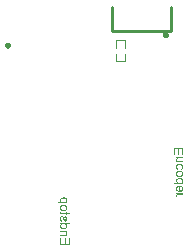
<source format=gbr>
%FSTAX26Y26*%
%MOMM*%
%SFA1B1*%

%IPPOS*%
%ADD58C,0.100000*%
%ADD60C,0.253999*%
%LNpcb_legend_bot-1*%
%LPD*%
G36*
X16064966Y51280237D02*
X15969361D01*
Y51778966*
X15693034*
Y51329894*
X15597428*
Y51778966*
X15348585*
Y51299237*
X15252954*
Y51886739*
X16064966*
Y51280237*
G37*
G36*
Y51044602D02*
X15743758D01*
X15723158Y51044068*
X15704667Y51042493*
X15687751Y51040385*
X15671901Y5103721*
X15658185Y51034035*
X15645485Y51029819*
X15634385Y5102611*
X15624886Y51021361*
X15616428Y51017119*
X15609036Y51012902*
X1560322Y51009194*
X1559847Y51006019*
X15594787Y51002869*
X15592653Y51000736*
X15591078Y50999161*
X15590545Y50998628*
X15583154Y50989661*
X15577337Y5098067*
X1557152Y5097117*
X15566771Y50961645*
X15563088Y50952679*
X15559913Y50943154*
X15557271Y50934188*
X15555137Y5092573*
X15553029Y50918338*
X15551988Y50910947*
X15550921Y50904597*
X15550388Y5089878*
X1554988Y50894564*
Y50888214*
X15550388Y50873939*
X15552496Y50860756*
X15555671Y50849123*
X15558846Y50838557*
X15562021Y50830632*
X15563596Y50826924*
X15565196Y50824282*
X15566237Y50822174*
X15567304Y50820599*
X15567837Y50819532*
Y50818999*
X15575229Y50808966*
X15583154Y508*
X15591078Y50793116*
X15599003Y507873*
X15605861Y50783083*
X15611144Y50779908*
X15613278Y50778867*
X15614853Y50778333*
X1561592Y507778*
X15616428*
X15622244Y50775692*
X15629128Y50774092*
X15643377Y50770917*
X15658185Y50768808*
X15672968Y50767767*
X15679826Y50767234*
X15686709Y507667*
X15692526*
X15697276Y50766167*
X15701492*
X15704667*
X15706775*
X15707309*
X16064966*
Y50666319*
X157036*
X15690926*
X15679318*
X15668726Y50666853*
X15659227Y50667386*
X15650235*
X15642336Y5066792*
X15635452Y50668428*
X15629128Y50668961*
X15623311Y50669494*
X15619069Y50670028*
X15614853Y50670536*
X15611678*
X1560957Y50671069*
X15607995Y50671603*
X15606928*
X15606395*
X15591078Y50675311*
X15576804Y50680061*
X15564129Y50685344*
X15553563Y50690627*
X15548813Y50692735*
X15545104Y50695377*
X15541421Y50697485*
X15538246Y50699085*
X15536138Y5070066*
X15534538Y50701727*
X15533497Y50702235*
X15532963Y50702768*
X15527147Y5070701*
X15521863Y5071176*
X1551183Y5072286*
X15503372Y5073396*
X15495981Y50744526*
X15490164Y50754559*
X15488056Y50758775*
X15486456Y50762484*
X15484881Y50765659*
X1548384Y50767767*
X15482773Y50769342*
Y50769875*
X15476423Y50786766*
X15471673Y50803683*
X15467965Y50820066*
X15465856Y50834848*
X15464815Y50841732*
X15464282Y50848056*
X15463748Y5085334*
Y50858115*
X15463215Y50861798*
Y50878181*
X15464282Y50889281*
X15467457Y50910413*
X15472206Y50929946*
X15478556Y50947929*
X15485948Y5096482*
X15493873Y50980136*
X15502839Y50994411*
X1551183Y51006552*
X15520797Y51018186*
X15529788Y51027685*
X15537713Y5103561*
X15545104Y51042493*
X15551454Y51047777*
X15556204Y5105146*
X15559379Y51054101*
X15559913Y51054635*
X15476956*
Y51144449*
X16064966*
Y51044602*
G37*
G36*
X15800298Y50542698D02*
X15825114Y50540589D01*
X15848888Y50536881*
X15871088Y50532131*
X15891154Y50526848*
X15909645Y50520498*
X15926562Y5051364*
X15941878Y50506757*
X15955086Y50500432*
X15966719Y50493549*
X15976752Y50487224*
X15984677Y50481941*
X15991027Y50477191*
X15995777Y50473483*
X15998418Y50471374*
X1599946Y50470308*
X16013201Y50456058*
X16025368Y50440717*
X16035909Y50424867*
X160449Y50409017*
X16052825Y5039266*
X16059175Y50376277*
X16063925Y50360961*
X16068141Y50345619*
X16071316Y5033137*
X16073958Y50318162*
X16075558Y50305995*
X16077133Y50295962*
X16077666Y50287529*
Y50284354*
X160782Y50281179*
Y50275896*
X16077666Y50258446*
X16075558Y50241555*
X16072916Y50225172*
X16069208Y50209856*
X16064966Y50195581*
X16060216Y50182373*
X16054933Y50170232*
X1604965Y50158599*
X16044367Y50148566*
X16039084Y501396*
X16034334Y50132183*
X16030117Y50125325*
X16026409Y50120575*
X16023767Y50116867*
X16021659Y50114225*
X16021126Y50113692*
X16010026Y5010155*
X15997885Y50090984*
X1598521Y50081459*
X15972536Y50072493*
X15959328Y50065101*
X1594612Y50058218*
X15932886Y50052427*
X15920212Y50047118*
X15908604Y50042902*
X15897504Y50039219*
X15887979Y50036577*
X15879546Y50034444*
X15872155Y50032869*
X15866846Y50031802*
X15865271Y50031269*
X15863697Y50030761*
X15863163*
X1586263*
X15849422Y50129008*
X15863163Y50131141*
X15875838Y50134316*
X15887471Y50137466*
X15898545Y50141174*
X15908604Y50145391*
X1591757Y50149633*
X15925495Y50153849*
X15932886Y50158065*
X15939236Y50162307*
X15945053Y50166016*
X15949803Y50169699*
X15953511Y50172874*
X15956686Y50175515*
X15958794Y50177623*
X15959836Y5017869*
X15960369Y50179198*
X15966719Y50186615*
X15972002Y5019454*
X15976752Y50202998*
X15980968Y50210897*
X15984677Y50219356*
X15987318Y5022728*
X15991535Y50242597*
X15993135Y50250013*
X15994176Y50256338*
X15995243Y50262155*
X15995777Y50266904*
X15996285Y50271146*
Y50276937*
X15995777Y50290145*
X15994176Y50303379*
X15991535Y50314987*
X15987852Y5032662*
X15984143Y50337186*
X15979394Y50346686*
X15974644Y50355677*
X15969361Y50364136*
X15964585Y50370994*
X15959836Y50377318*
X15955086Y50383135*
X15951377Y50387377*
X15947694Y5039106*
X15945053Y50393701*
X15943478Y50395301*
X15942945Y50395835*
X15931845Y5040376*
X15920212Y50410618*
X15907004Y50416968*
X15893288Y50422225*
X15879013Y50426467*
X15864738Y50430176*
X15850489Y50433325*
X15836747Y50435459*
X15823539Y50437567*
X15810865Y50438608*
X15799765Y50439675*
X15790265Y50440717*
X15781807*
X15778632Y5044125*
X1577599*
X15773882*
X15772282*
X15771241*
X15770707*
X15749574Y50440717*
X15729508Y50439142*
X15711525Y50437034*
X15694634Y50433859*
X15678785Y50430176*
X15665043Y50426467*
X15652369Y50422225*
X15641269Y50417476*
X15631236Y50413259*
X15622778Y50409017*
X15615386Y50405334*
X1560957Y50401626*
X15605328Y50398476*
X15602178Y50396343*
X15600045Y50394768*
X15599537Y50394235*
X15590012Y50385268*
X15581579Y5037521*
X15574695Y50365177*
X15568345Y50355144*
X15563088Y50344578*
X15558846Y50334545*
X15555137Y50324486*
X15552496Y50314987*
X15550388Y50305995*
X15548279Y50298096*
X15547238Y50290679*
X15546705Y50284354*
X15546171Y50279071*
X15545638Y50274829*
Y5027168*
X15546171Y50262688*
X15546705Y50253696*
X15548279Y50245238*
X15550388Y50237339*
X15552496Y50229922*
X15555137Y50222531*
X15557779Y50216206*
X15560446Y50210389*
X15563596Y50205106*
X15566237Y50200356*
X15568879Y50196115*
X15570987Y5019294*
X15573121Y50190298*
X15574695Y5018819*
X15575229Y50187148*
X15575762Y50186615*
X15581579Y50180265*
X15587903Y50174448*
X15602178Y50163882*
X15616961Y50155449*
X15631236Y50148566*
X15638094Y50145924*
X15644444Y50143816*
X15649727Y50141708*
X1565501Y50140108*
X15658693Y50139066*
X15661868Y50137999*
X15663976Y50137466*
X1566451*
X15649727Y5004026*
X15633344Y50043969*
X15618028Y50048718*
X15603753Y50054002*
X15590545Y50059818*
X15578404Y50066143*
X15566771Y50073026*
X15556738Y50079351*
X15547238Y50086234*
X15539288Y50092559*
X15531896Y50098909*
X15525572Y50104192*
X15520797Y50108942*
X15517114Y50113158*
X15513939Y50116333*
X15512364Y50118467*
X1551183Y50118975*
X15503372Y50130608*
X15495981Y50143283*
X15489097Y50155957*
X1548384Y50169165*
X15479064Y50182373*
X15474848Y50195048*
X15471673Y50207748*
X15469031Y50219889*
X15467457Y50231522*
X15465856Y50242089*
X15464815Y50251055*
X15463748Y50259513*
Y50266396*
X15463215Y50271146*
Y50275363*
X15463748Y50289637*
X15464815Y50303379*
X1546639Y50316587*
X15469031Y50329261*
X15471673Y50341403*
X15474315Y50353036*
X15478023Y50364136*
X15481198Y50374169*
X15484348Y50383135*
X15487523Y50391593*
X15490698Y50398476*
X15493339Y50404801*
X15495981Y50409551*
X15497556Y50412726*
X15498622Y50415367*
X15499156Y50415901*
X15506014Y50427509*
X15513939Y50438608*
X15522397Y50448667*
X15530855Y50458166*
X15539821Y50466625*
X15548813Y50474549*
X15557779Y50481941*
X15566237Y50488265*
X15574162Y50493549*
X15582087Y50498857*
X1558897Y5050254*
X15594787Y50506249*
X15599537Y5050889*
X1560322Y50510465*
X15605328Y50511532*
X15606395Y50512065*
X15620136Y50517856*
X15633877Y50522606*
X15648127Y50526848*
X15662402Y50530556*
X15676676Y50533198*
X15690392Y5053584*
X15704134Y50537948*
X15716808Y50539523*
X15728442Y50541097*
X15739541Y50542164*
X15749041Y50542698*
X15757499Y50543231*
X15763849Y50543739*
X15769107*
X15772282*
X15772815*
X15773349*
X15800298Y50542698*
G37*
G36*
X15798165Y49981612D02*
X15823539Y49979503D01*
X15847847Y49975795*
X15869488Y49970537*
X15890113Y49965229*
X15909137Y49958371*
X15926028Y49951513*
X15941344Y49944629*
X15954552Y49937771*
X15966719Y49930888*
X15976752Y4992403*
X15984677Y49918213*
X15991027Y49913463*
X15995777Y49909755*
X15998418Y49907647*
X1599946Y49906605*
X16013201Y49891797*
X16025368Y49875948*
X16035909Y49860098*
X160449Y49843207*
X16052825Y49826291*
X16059175Y49809908*
X16063925Y49793525*
X16068141Y49778208*
X16071316Y49763426*
X16073958Y49750218*
X16075558Y49738076*
X16077133Y49727485*
Y49722735*
X16077666Y49719052*
Y49715343*
X160782Y49712168*
Y49706885*
X16077666Y49692636*
X16076599Y49678361*
X16075025Y49665153*
X16072383Y49651945*
X16069741Y49639804*
X16066566Y49628171*
X16063391Y49617071*
X16060216Y49607038*
X16057067Y49597538*
X16053358Y49589613*
X16050717Y49582197*
X16048075Y49575872*
X16045434Y49571122*
X16043859Y49567947*
X16042792Y49565306*
X16042259Y49564772*
X16035401Y49553139*
X16027476Y49542065*
X16019551Y49531498*
X16011093Y49521973*
X16003168Y49513007*
X1599471Y49505082*
X15986252Y49497665*
X15978327Y49490807*
X15970935Y49484991*
X15963544Y49480241*
X15957727Y49476025*
X15951911Y49472316*
X15947694Y49469675*
X15943986Y49467566*
X15941878Y494665*
X15941344Y49465966*
X1592867Y49460175*
X15914928Y49454892*
X15900679Y49450117*
X15885871Y494459*
X15871088Y49442725*
X15856305Y49440084*
X15841497Y49437975*
X15827756Y49435867*
X15814548Y49434267*
X15801873Y49433226*
X15791307Y49432692*
X15781274Y49432159*
X15773882Y49431625*
X15770707*
X15767532*
X15765424*
X15763849*
X15763316*
X15762782*
X157369Y49432692*
X15713125Y494348*
X15690392Y49438509*
X1566926Y49443792*
X15649727Y49449609*
X15631236Y49455933*
X15614853Y49462817*
X15600045Y49470208*
X15586837Y49477599*
X15575229Y49484457*
X15565729Y49490807*
X15557779Y49496624*
X15551454Y49501374*
X15546705Y49505616*
X15544063Y49507724*
X15542996Y49508765*
X15528747Y49523573*
X1551658Y49539423*
X15506014Y49555273*
X15497048Y49572164*
X15489097Y49588547*
X15482773Y4960493*
X1547749Y49621313*
X15473248Y49636629*
X15470098Y49650878*
X15467457Y4966462*
X15465856Y49676253*
X15464282Y49686819*
Y49691036*
X15463748Y49695277*
Y49698427*
X15463215Y49701602*
Y49706885*
X15463748Y49726977*
X15465856Y49745976*
X15469031Y49764467*
X15473248Y49781917*
X15478556Y49797766*
X1548384Y49813083*
X15489631Y49827357*
X15495981Y49840032*
X15502305Y49851665*
X15508122Y49862206*
X15513405Y49870664*
X15518688Y49878056*
X1552293Y49883872*
X15526105Y49888114*
X15528213Y49890756*
X15528747Y49891797*
X15536138Y49900255*
X15544596Y49907647*
X15561487Y49921922*
X15580512Y49934063*
X15600045Y49944096*
X15619603Y49953087*
X15640202Y49960479*
X15660293Y49966295*
X15679318Y49971045*
X15697809Y49975287*
X15715234Y49977929*
X15731083Y49980037*
X15737941Y4998057*
X15744291Y49981078*
X15750108Y49981612*
X15755391Y49982145*
X15760141*
X15763849Y49982678*
X15766999*
X15769107*
X15770707*
X15771241*
X15798165Y49981612*
G37*
G36*
X15788665Y49349736D02*
X15804515Y49348694D01*
X15819831Y4934712*
X15834639Y49344986*
X15848888Y49342878*
X15862096Y49340236*
X15874263Y49337061*
X15885871Y49333886*
X15895929Y49331245*
X15904895Y49328095*
X1591282Y49325453*
X15919678Y49322812*
X15924987Y49321212*
X1592867Y49319637*
X15930778Y4931857*
X15931845Y49318037*
X15944519Y49311712*
X15956153Y49304829*
X15967227Y49297437*
X15977819Y49290046*
X15987318Y49282121*
X15996285Y4927473*
X16004235Y49267338*
X16011626Y49259947*
X16017951Y49253063*
X16023767Y49246739*
X16028517Y49241456*
X16032759Y49236147*
X16035401Y49232464*
X16038042Y49229289*
X16039084Y49227181*
X16039617Y49226647*
X16046475Y49215548*
X16052292Y4920394*
X16057575Y4919284*
X16061817Y49181207*
X160655Y4917064*
X16068675Y49159566*
X16071316Y49149508*
X16073424Y49139475*
X16075025Y49130508*
X16076066Y49122558*
X16077133Y49115167*
X16077666Y49108842*
Y49104067*
X160782Y49100384*
Y49097209*
X16077133Y49077676*
X16074491Y49058652*
X16070275Y49041735*
X16064458Y49025352*
X16058108Y4901057*
X16050717Y48997362*
X16042792Y48985195*
X16034334Y48974121*
X16026409Y48964088*
X16018484Y48955629*
X16011093Y48948746*
X16004743Y48942955*
X15998926Y4893818*
X1599471Y48935005*
X15992068Y48932896*
X15991027Y48932388*
X16064966*
Y48839907*
X15252954*
Y48939246*
X15544596*
X15531388Y48949813*
X15520289Y48960913*
X15510256Y48971987*
X15501797Y48982579*
X15494914Y48992078*
X15492272Y48996295*
X15490164Y49000003*
X15488056Y49002645*
X15486989Y49004753*
X15485948Y49006328*
Y49006861*
X15481706Y49014786*
X15478556Y49022711*
X1547274Y49039094*
X15468498Y49054943*
X15465856Y49069726*
X15465348Y49076076*
X15464282Y49082426*
X15463748Y49087709*
Y49092459*
X15463215Y49096168*
Y49101425*
X15463748Y49115167*
X15464815Y49127867*
X15466923Y49140541*
X15469031Y49152683*
X15472206Y49164316*
X15475381Y49174882*
X15479064Y49185449*
X15482239Y49194415*
X15485948Y49202873*
X15489631Y49210798*
X15492806Y49217148*
X15495981Y49222431*
X15498089Y49227181*
X15500197Y49230356*
X15501264Y49232464*
X15501797Y49232997*
X15509189Y49243564*
X15517647Y49253597*
X15526105Y49263096*
X15535071Y49271555*
X15544063Y49279479*
X15553029Y49286871*
X15562021Y49293221*
X15570987Y49299037*
X15579445Y49304321*
X15586837Y49308537*
X1559372Y49312779*
X15600045Y49315395*
X1560482Y49318037*
X15608503Y49319637*
X15610636Y49320678*
X15611678Y49321212*
X15625419Y49326495*
X15639161Y49330737*
X15652877Y4933442*
X15667151Y49338128*
X15680893Y4934077*
X15694101Y49343411*
X15706775Y49344986*
X15718409Y49346586*
X15730016Y49347628*
X15740075Y49348694*
X15749041Y49349228*
X15756966Y49349736*
X15763316Y49350269*
X15768066*
X15770707*
X15771749*
X15788665Y49349736*
G37*
G36*
X15802406Y48715244D02*
X15826714Y48713136D01*
X15849955Y48709427*
X15871621Y48704677*
X15891154Y48698861*
X15909645Y48692511*
X15926562Y48685653*
X15941344Y48678261*
X15954552Y48671378*
X15966186Y4866452*
X15976219Y4865817*
X15984143Y48652379*
X15990493Y48647604*
X15995243Y48643921*
X15997885Y48641787*
X15998926Y48640746*
X16012668Y48625937*
X16024834Y48610088*
X16035909Y4859373*
X160449Y48576814*
X16052292Y48559389*
X16058642Y48542473*
X16063925Y48525557*
X16068141Y48509707*
X16071316Y48494391*
X16073958Y48480675*
X16075558Y48467975*
X16077133Y48456875*
Y48452125*
X16077666Y48447909*
Y48444734*
X160782Y48441559*
Y48435768*
X16077666Y48416743*
X16076066Y48399293*
X16073424Y48381869*
X16070275Y48366019*
X16066566Y48351236*
X16062325Y48337495*
X16058108Y48324795*
X16053358Y48313187*
X16048609Y48302621*
X16044367Y48293629*
X1604015Y48285704*
X16036442Y4827938*
X16033267Y48274097*
X16030625Y48270388*
X16029051Y48267747*
X16028517Y48267213*
X16019018Y48255072*
X16008451Y48244506*
X15997351Y48234473*
X15985718Y48225481*
X1597411Y48217023*
X15962477Y48209631*
X15950869Y48203307*
X1593977Y4819749*
X15929203Y48192207*
X15919678Y48187965*
X15910712Y48184282*
X15903321Y48181641*
X15896971Y48179507*
X15892221Y48177932*
X15889579Y48177399*
X15888512Y48176865*
X15875838Y48279888*
X15887471Y4828413*
X15898037Y48288879*
X15907537Y48294163*
X15916529Y48298912*
X15924987Y48304196*
X15932378Y48309479*
X15939236Y48314229*
X15945586Y48319537*
X15950869Y48323754*
X15955086Y4832797*
X15959328Y48331678*
X15962477Y48335387*
X15964585Y48338028*
X15966186Y48340137*
X15967227Y48341178*
X1596776Y48341711*
X15972536Y48349103*
X15977285Y48357028*
X15980968Y48364419*
X15984143Y48372369*
X15989427Y48388219*
X15992602Y48403002*
X15993668Y4840986*
X1599471Y48415676*
X15995243Y48421493*
X15995777Y48426243*
X15996285Y48429951*
Y48435234*
X15995777Y48448976*
X15994176Y4846165*
X15991535Y48473791*
X15988385Y48485425*
X15984143Y48496499*
X15979927Y48506557*
X15975685Y48516057*
X15970402Y48524515*
X15965652Y48531907*
X15961436Y48538765*
X15956686Y48544581*
X15952978Y48549356*
X15949803Y48553039*
X15947161Y48556214*
X15945586Y48557789*
X15945053Y48558323*
X1593502Y48566781*
X1592392Y48574706*
X15912287Y48581564*
X15900146Y4858738*
X15887471Y48592663*
X15875304Y48597413*
X15863163Y48601122*
X1585153Y48604297*
X15840456Y48606938*
X15829889Y48609046*
X15820364Y48610621*
X15812439Y48611688*
X15806115Y48612221*
X15800806Y48612755*
X15797657Y48613263*
X1579659*
Y48174249*
X15790265*
X15784957Y48173716*
X15780207*
X15776524*
X15773349*
X15771241*
X15770174*
X1576964*
X15743224Y48174757*
X15718409Y48176865*
X15694634Y48180574*
X15672968Y48185324*
X15652877Y4819114*
X15634385Y4819749*
X15617494Y48204348*
X15602178Y48211206*
X1558897Y4821809*
X15577337Y48224948*
X15567304Y48231298*
X15558846Y48237114*
X15552496Y48241864*
X15547746Y48245547*
X15545104Y48247681*
X15544063Y48248722*
X15529788Y48262997*
X15517114Y48278313*
X15506547Y48294163*
X15497556Y48310012*
X15489631Y48326395*
X15482773Y48342245*
X1547749Y48358094*
X15473248Y48372877*
X15470098Y48387152*
X15467457Y4840036*
X15465856Y48411968*
X15464282Y48422026*
X15463748Y48429951*
Y48433634*
X15463215Y48436276*
Y48441559*
X15464282Y48463758*
X15466923Y48484891*
X15470606Y48504957*
X15475915Y48523982*
X15482239Y48541406*
X15489097Y48557789*
X15496514Y48572597*
X15504439Y48586339*
X15512364Y4859848*
X15519755Y48609046*
X15526613Y48618038*
X15532963Y48625937*
X15538246Y48631754*
X15541955Y48635996*
X15544596Y48638637*
X15545638Y48639679*
X15561487Y48652887*
X15578937Y48665053*
X15597428Y48675086*
X1561592Y48684078*
X15635452Y48691469*
X15654477Y48697794*
X15673501Y48702569*
X15691459Y48706786*
X15708884Y48709961*
X15724733Y48712069*
X15739008Y48714177*
X15745358Y4871471*
X15751683Y48715244*
X15756966*
X15761716Y48715777*
X15765957*
X1576964Y48716285*
X15772282*
X15774416*
X15775457*
X1577599*
X15802406Y48715244*
G37*
G36*
X16064966Y47952863D02*
X15756966D01*
X15733725Y47952355*
X15712059Y47950221*
X15702026Y4794918*
X15692526Y4794758*
X15683534Y47946005*
X15675076Y47944405*
X15667685Y47943363*
X15660827Y47941788*
X1565501Y47940188*
X15650235Y47939147*
X15646019Y4793808*
X15643377Y47937013*
X15641269Y47936505*
X15640735*
X15628594Y4793173*
X15617494Y47925939*
X15607995Y47920122*
X15600578Y47913772*
X15594253Y47908489*
X15590012Y47903739*
X1558737Y47900564*
X15586329Y47900031*
Y47899497*
X15579979Y47889464*
X15575229Y47878898*
X1557152Y47869398*
X15569412Y47859899*
X15567837Y47851949*
X15567304Y47848799*
Y47845624*
X15566771Y47843516*
Y47840341*
X15567837Y47826599*
X15569946Y47813391*
X15573629Y4780125*
X15577337Y4779015*
X15579445Y47785401*
X15581045Y47780625*
X15583154Y47776942*
X15584728Y47773767*
X15585795Y47771126*
X15586837Y47769018*
X15587903Y47767951*
Y47767417*
X15495447Y47733077*
X15489631Y47742602*
X15484881Y47752101*
X15480665Y47761626*
X15476956Y47771126*
X15473781Y47779584*
X1547114Y47788042*
X15469031Y47796475*
X15467457Y47803892*
X15465856Y4781075*
X15464815Y47816566*
X15464282Y47822383*
X15463748Y47826599*
X15463215Y47830308*
Y47835591*
X15464282Y47848266*
X1546639Y47860407*
X15469565Y47870973*
X15473248Y47880498*
X15476956Y47888423*
X15478556Y47891598*
X15480131Y4789424*
X15481198Y47896348*
X15482239Y47897923*
X15483306Y47898989*
Y47899497*
X15487523Y47904806*
X15492806Y47910597*
X15498089Y4791588*
X15504439Y47921697*
X15518155Y47932263*
X15531896Y47942296*
X1553878Y47946538*
X15545104Y47950755*
X15550388Y4795393*
X15555671Y47957105*
X15559913Y47959746*
X15563088Y47961321*
X15565196Y47962388*
X15565729Y47962896*
X15476956*
Y48052736*
X16064966*
Y47952863*
G37*
G36*
X05974994Y4770854D02*
X05989802Y47708007D01*
X06004585Y47706432*
X0601886Y47704324*
X06032068Y47702216*
X06045276Y47699549*
X06056884Y47696907*
X06067983Y47694265*
X06078016Y47691649*
X06087008Y47689008*
X06094933Y47686366*
X06101791Y47684232*
X06107074Y47682124*
X06110782Y47680549*
X06112891Y47680016*
X06113957Y47679483*
X06126632Y47673666*
X06138773Y47667341*
X06150406Y47660458*
X06160973Y476536*
X06170472Y47646717*
X06179464Y47639325*
X06187922Y47631934*
X06195314Y47625076*
X06201638Y47618726*
X06207455Y47612376*
X06212205Y47607118*
X06216446Y47602343*
X06219088Y47598126*
X0622173Y47595485*
X06222796Y47593377*
X06223304Y47592843*
X06230188Y47581743*
X06235979Y47570644*
X06241288Y47559036*
X06246037Y47547936*
X0624972Y47536303*
X06252895Y47525228*
X06255537Y47514637*
X06257645Y47504604*
X06259245Y47495104*
X06260287Y47486646*
X06261354Y47479254*
X06261887Y47472396*
X06262395Y47467088*
Y4744913*
X06261354Y47439097*
X06260287Y47429064*
X06258712Y47420072*
X06257137Y4741164*
X06255004Y47403181*
X06253429Y47395765*
X06251321Y47388907*
X06249187Y47382557*
X06247079Y47377299*
X06244971Y47372524*
X06243396Y47368841*
X06241796Y47365666*
X06240754Y47363557*
X06240221Y47361957*
X06239687Y47361449*
X06235471Y47354032*
X06230696Y47346641*
X06219621Y47333433*
X06208522Y47320758*
X06197955Y47310192*
X06192672Y47305442*
X06187922Y473012*
X0618368Y47297517*
X06179997Y47294876*
X06176822Y47292234*
X06174714Y47290634*
X06173114Y47289593*
X06172606Y47289059*
X06248679*
Y47198178*
X054356*
Y47298025*
X057214*
X05709793Y47308084*
X0569976Y47319158*
X05690235Y47329725*
X05682843Y47340316*
X05676493Y47349283*
X05673852Y47352991*
X05671743Y47356674*
X05670169Y47359316*
X05669102Y47361449*
X05668035Y47362491*
Y47363024*
X05661177Y4737834*
X05655894Y47393656*
X05652719Y47408998*
X05650077Y47422714*
X05649036Y47429064*
X05648502Y47434881*
X05647969Y47440164*
Y4744438*
X05647436Y47448089*
Y47452838*
X05647969Y47465513*
X05649036Y47478188*
X05651144Y47490354*
X05653252Y47501962*
X05656427Y47513062*
X05659602Y47523628*
X05662777Y47533661*
X0566646Y47543186*
X05670169Y47551619*
X05673318Y47559569*
X05676493Y47565894*
X05679668Y4757171*
X05681776Y47575927*
X05683885Y47579635*
X05684951Y47581743*
X05685485Y47582277*
X05692876Y47593377*
X05701334Y47603943*
X05710326Y47613976*
X05719292Y47622968*
X05728284Y476314*
X05737783Y47639325*
X05746775Y47646209*
X05755208Y47652533*
X05763666Y47657816*
X05771591Y476631*
X05778474Y47666808*
X05784265Y47670516*
X05789549Y47673158*
X05793257Y47674733*
X05795365Y476758*
X05796432Y47676308*
X05810173Y47682124*
X05824423Y47686874*
X05838164Y47691649*
X05852439Y47695332*
X05866155Y47698507*
X05879896Y47701149*
X05892596Y47703257*
X05904738Y47704857*
X05916345Y47706432*
X05926937Y47707499*
X05935903Y47708007*
X05943828Y4770854*
X05950178Y47709074*
X05954928*
X05958103*
X05959144*
X05974994Y4770854*
G37*
G36*
X05988735Y47079839D02*
X0601251Y47077731D01*
X06035217Y47074023*
X06056376Y4706874*
X06075908Y47062948*
X06094399Y47056598*
X06110782Y47049715*
X06125565Y47042324*
X06138773Y47034932*
X06150406Y47028074*
X06159906Y47021724*
X06167831Y47015908*
X06174181Y47011158*
X06178931Y47006941*
X06181572Y47004808*
X06182639Y47003766*
X06196888Y46988958*
X06209055Y46973109*
X06219621Y46957259*
X06228588Y46940368*
X06236512Y46923985*
X06242862Y46907602*
X06248146Y46891219*
X06252362Y46875903*
X06255537Y46861653*
X06258179Y46847912*
X06259779Y46836279*
X06261354Y46825712*
Y46821496*
X06261887Y4681728*
Y46814105*
X06262395Y4681093*
Y46805646*
X06261887Y46785555*
X06259779Y46766556*
X06256604Y46748065*
X06252362Y46730615*
X06247079Y46714765*
X06241796Y46699449*
X06235979Y466852*
X06229654Y466725*
X06223304Y46660892*
X06217488Y46650325*
X06212205Y46641867*
X06206947Y46634476*
X06202705Y46628659*
X0619953Y46624417*
X06197422Y46621776*
X06196888Y46620734*
X06189497Y46612276*
X06181039Y46604885*
X06164148Y4659061*
X06145123Y46578469*
X06125565Y46568436*
X06106033Y46559444*
X06085408Y46552053*
X06065342Y46546236*
X06046317Y46541486*
X06027826Y46537245*
X06010402Y46534628*
X05994552Y46532495*
X05987669Y46531987*
X05981344Y46531453*
X05975527Y4653092*
X05970244Y46530387*
X05965494*
X05961786Y46529853*
X05958636*
X05956503*
X05954928*
X05954395*
X05927445Y4653092*
X05902096Y46533028*
X05877788Y46536737*
X05856122Y4654202*
X05835523Y46547303*
X05816498Y46554161*
X05799607Y46561019*
X05784265Y46567902*
X05771057Y4657476*
X05758916Y46581644*
X05748883Y46588502*
X05740958Y46594318*
X05734608Y46599068*
X05729859Y46602777*
X05727217Y46604885*
X05726176Y46605926*
X05712434Y46620734*
X05700268Y46636584*
X05689701Y46652434*
X05680735Y46669325*
X0567281Y46686241*
X0566646Y46702624*
X0566171Y46719007*
X05657469Y46734323*
X05654319Y46749106*
X05651677Y46762314*
X05650077Y46774481*
X05648502Y46785047*
Y46789797*
X05647969Y46793505*
Y46797188*
X05647436Y46800363*
Y46805646*
X05647969Y46819896*
X05649036Y46834171*
X05650611Y46847379*
X05653252Y46860587*
X05655894Y46872728*
X05659069Y46884361*
X05662244Y46895461*
X05665419Y46905494*
X05668568Y46915019*
X05672277Y46922918*
X05674918Y46930335*
X0567756Y4693666*
X05680202Y46941435*
X05681776Y46944584*
X05682843Y46947226*
X05683377Y46947759*
X05690235Y46959393*
X05698159Y46970467*
X05706084Y46981059*
X05714542Y46990558*
X05722467Y46999525*
X05730925Y47007475*
X05739358Y47014866*
X05747308Y47021724*
X057547Y47027541*
X05762091Y47032291*
X05767908Y47036507*
X05773699Y47040215*
X05777941Y47042857*
X05781649Y47044965*
X05783757Y47046032*
X05784265Y47046565*
X05796965Y47052357*
X05810707Y47057665*
X05824956Y47062415*
X05839739Y47066631*
X05854547Y47069806*
X0586933Y47072448*
X05884138Y47074556*
X0589788Y47076664*
X05911088Y47078265*
X05923762Y47079306*
X05934329Y47079839*
X05944362Y47080373*
X05951753Y47080906*
X05954928*
X05958103*
X05960211*
X05961786*
X05962319*
X05962853*
X05988735Y47079839*
G37*
G36*
X05749417Y46469096D02*
X0574835Y46459597D01*
X05747308Y46451139*
X05746775Y46443214*
X05746242Y46436889*
X05745708Y46432114*
Y46425256*
X05746242Y46417331*
X05746775Y46410448*
X05747816Y46404657*
X05749417Y46399907*
X05750458Y46396198*
X05751525Y46393023*
X05752058Y46391449*
X05752566Y46390915*
X05755741Y46386699*
X05758916Y46383524*
X05762091Y46380349*
X05765266Y46378241*
X05767908Y46376107*
X05770016Y46375066*
X05771591Y46374532*
X05772124Y46373999*
X05774766Y46372957*
X05777941Y46372424*
X05785866Y46370849*
X05794857Y46369782*
X05804357Y46369249*
X05812815*
X05817031Y46368716*
X05820206*
X05822848*
X0582549*
X05826556*
X05827064*
X06171539*
Y46469096*
X06248679*
Y46368716*
X0645419*
X06394475Y46269935*
X06248679*
Y46196478*
X06171539*
Y46269935*
X05832881*
X05817031*
X05802249Y46270468*
X05788507Y46270976*
X05776366Y46272043*
X057658Y46272577*
X05756275Y46273618*
X05747816Y46274685*
X05740425Y4627626*
X05734075Y46277326*
X05728817Y46278368*
X05724575Y46279435*
X05720867Y46279968*
X05718225Y46281035*
X05716651Y46281543*
X05715609Y46282076*
X05715076*
X05705017Y46287359*
X05696051Y46293709*
X0568866Y46300567*
X0568231Y46307425*
X05677027Y46313775*
X05673318Y46319059*
X05671743Y46321167*
X0567121Y46322767*
X05670169Y46323275*
Y46323808*
X05666994Y46329625*
X05664352Y46335975*
X05660644Y46349716*
X05657469Y46363966*
X0565536Y46377174*
X05654827Y46383524*
X05654319Y46389315*
X05653786Y46394598*
Y46399373*
X05653252Y46403056*
Y4640834*
X05653786Y4642104*
X05654827Y46434248*
X05655894Y46446922*
X05657469Y4645853*
X05658535Y46463813*
X05659069Y46468588*
X05659602Y46473338*
X05660644Y46477021*
X05661177Y46479663*
Y46481796*
X0566171Y46483371*
Y46483905*
X05749417Y46469096*
G37*
G36*
X05851906Y46132038D02*
X05868289Y46129397D01*
X0587568Y46127289*
X05882538Y46125155*
X05888888Y46123047*
X05895238Y46120939*
X05900496Y4611883*
X05904738Y46116722*
X05908954Y46114589*
X05912129Y4611248*
X05914771Y46110906*
X05916879Y46109839*
X05917946Y46109305*
X05918479Y46108797*
X0593062Y46099272*
X05941187Y46088706*
X05950178Y46077606*
X0595757Y46067065*
X05963386Y4605754*
X05965494Y46053857*
X05967603Y46050149*
X05968669Y46047507*
X05969711Y46045399*
X05970778Y46043799*
Y46043265*
X05974486Y46034833*
X05978169Y460248*
X05981877Y46014208*
X0598556Y460026*
X05993485Y45978292*
X06000877Y45953984*
X06004052Y45942377*
X06007227Y45931277*
X06009868Y45921777*
X0601251Y45913319*
X06014618Y45905928*
X06016218Y45900619*
X06016726Y45898511*
Y45896936*
X0601726Y45896403*
Y45895869*
X06020968Y45882661*
X06024143Y45871053*
X06027318Y45860487*
X0602996Y45850962*
X06032068Y45843037*
X06034176Y45835646*
X06035751Y45829296*
X06037351Y45824038*
X06038926Y45819796*
X06039993Y45816088*
X06041034Y45813446*
X06041567Y45811338*
X06042101Y45809763*
X06042634Y45808696*
Y45807655*
X06046851Y45798663*
X06051067Y45790739*
X06055842Y45784389*
X06060059Y45779105*
X06063767Y45774889*
X06066917Y45771714*
X0606905Y45770139*
X06069558Y45769606*
X06075375Y45765389*
X06081725Y45762748*
X06087541Y4576064*
X06092825Y45759039*
X06097574Y45757998*
X06101257Y45757465*
X06103391*
X06104432*
X06110249Y45757998*
X06115532Y45758506*
X06125565Y45762214*
X06134557Y45766431*
X06141948Y45772247*
X06148298Y45777531*
X06153048Y45781747*
X06156223Y45785455*
X06157264Y45785989*
Y45786522*
X06161506Y45792339*
X06164656Y45799197*
X06167831Y45806588*
X06170472Y45814513*
X06174714Y45830363*
X06177356Y45846746*
X06177889Y45854137*
X06178931Y45861528*
X06179464Y45867878*
Y45873695*
X06179997Y45878445*
Y45884795*
X06179464Y45895336*
X06178931Y45905394*
X06177889Y45914894*
X06176289Y45923352*
X06174181Y45931277*
X06172073Y45938668*
X06169939Y45945526*
X06167297Y45951343*
X06165189Y45956626*
X06162548Y45961376*
X06160439Y45965618*
X06158865Y45968793*
X06156756Y45971434*
X0615569Y45973009*
X06155156Y45974076*
X06154623Y45974609*
X06149873Y459804*
X06144056Y45985684*
X06138773Y45989925*
X06132957Y45994142*
X06121349Y46001025*
X06109716Y46005775*
X06099683Y46009458*
X06094933Y46010525*
X06091224Y46011566*
X06088075Y46012633*
X06085941*
X06084366Y46013166*
X06083833*
X06097041Y46110906*
X06107607Y46108797*
X06117107Y46106689*
X06126632Y46104048*
X0613509Y46101406*
X06143548Y46098739*
X0615094Y46095589*
X06157798Y46092948*
X06164148Y46089773*
X06169431Y46087131*
X06174181Y4608449*
X06178397Y46082381*
X06181572Y46080248*
X06184214Y46078673*
X06186322Y46077098*
X06187389Y46076565*
X06187922Y46076031*
X06194247Y46071282*
X06200063Y46065465*
X06211163Y46053324*
X06220155Y46040649*
X0622808Y46027949*
X06234404Y46016875*
X06236512Y46011566*
X06238646Y4600735*
X06240221Y46003667*
X06241288Y46001025*
X06242329Y45999425*
Y45998892*
X06249187Y45978826*
X06253962Y45957693*
X06257645Y45937627*
X06258712Y45927568*
X06259779Y45918602*
X0626082Y45910144*
X06261354Y45902219*
X06261887Y45894828*
Y45889011*
X06262395Y45884261*
Y45877378*
X06261887Y45860487*
X06260287Y45844637*
X06258712Y45829829*
X06257645Y45823505*
X06256604Y45817155*
X06255004Y45811338*
X06253962Y45806588*
X06252895Y45801838*
X06252362Y4579813*
X06251321Y45795488*
X06250787Y45792847*
X06250254Y45791805*
Y45791272*
X06245504Y45776997*
X06240754Y45764323*
X06235979Y45753756*
X06231229Y45744765*
X06227013Y45737373*
X06223838Y4573209*
X0622173Y45728915*
X06221196Y45728407*
Y45727874*
X06212205Y45716774*
X06203238Y45707274*
X06193739Y45698816*
X06184747Y45691425*
X06176822Y45686141*
X06171006Y456819*
X06168364Y45680858*
X06166789Y45679791*
X06165723Y45678725*
X06165189*
X06152515Y45672933*
X0613984Y45668158*
X06127699Y45665009*
X06116599Y45662875*
X06107074Y45661834*
X06102858Y456613*
X06099683*
X06096508Y45660767*
X06094399*
X06093358*
X06092825*
X06076975Y45661834*
X06062167Y45663942*
X06048959Y4566765*
X06036818Y45671867*
X06032068Y45673467*
X06027318Y45675575*
X06023076Y45677683*
X06019901Y45679258*
X0601726Y45680325*
X06015151Y45681366*
X06014085Y45682433*
X06013577*
X06000877Y45691425*
X05989802Y45701991*
X05980277Y45712557*
X05972352Y45723124*
X05966028Y45732623*
X05963386Y45736332*
X05961278Y45740015*
X05959678Y45742656*
X05958636Y45745298*
X0595757Y45746365*
Y45746898*
X05953861Y45755356*
X05949645Y45765389*
X05945936Y45776489*
X0594172Y4578863*
X05937478Y45800772*
X05933795Y45813446*
X0592587Y45838821*
X05922695Y45850962*
X0591952Y45862062*
X05916345Y45872095*
X05914237Y45881086*
X05912129Y45888478*
X05910554Y45894294*
X05910021Y45896403*
Y45897977*
X05909487Y45898511*
Y45899044*
X05905779Y45913827*
X05902096Y45927035*
X05898921Y45938668*
X05895746Y45949235*
X05893104Y4595876*
X05889955Y45967192*
X05887821Y45974076*
X0588518Y459804*
X05883071Y45985684*
X05881497Y45990459*
X05879896Y45993608*
X05878855Y45996783*
X05877788Y45998358*
X05876747Y45999958*
X05876213Y46001025*
X05872505Y46006308*
X05868289Y46011058*
X05864047Y46014741*
X0585983Y46017916*
X05850839Y46023199*
X05842406Y46026908*
X05834456Y46029016*
X05828665Y46030057*
X05826023Y46030591*
X05824423*
X05823381*
X05822848*
X05815965Y46030057*
X05809107Y46029016*
X05802757Y46027416*
X05796432Y46025308*
X05785332Y46020024*
X05775833Y46014208*
X05767908Y46007883*
X05764733Y46005242*
X05761558Y460026*
X0575945Y46000492*
X05757875Y45998892*
X05757341Y4599785*
X05756808Y45997317*
X05752058Y45990459*
X05747816Y45983575*
X05744133Y45975651*
X05740958Y45967192*
X05736209Y45950301*
X05733034Y45933918*
X05731459Y45925994*
X05730925Y45918602*
X05730392Y45912252*
X05729859Y45906436*
X05729325Y45901686*
Y45895336*
X05729859Y45883195*
X05730925Y45871053*
X05731967Y45860487*
X05734075Y45849921*
X05736717Y45840396*
X05739358Y45831937*
X05742025Y45824038*
X05745175Y45816621*
X05747816Y45810297*
X05750458Y45805013*
X057531Y45800238*
X05755741Y45796022*
X05757875Y4579338*
X05758916Y45790739*
X05759983Y45789697*
X05760516Y45789164*
X05766841Y4578228*
X05773699Y45776489*
X05780582Y45770673*
X05787974Y45765897*
X05795899Y45761681*
X0580329Y45757998*
X05818098Y45751648*
X05824423Y4574954*
X05830773Y45747406*
X05836589Y45745831*
X05841873Y45744765*
X05845556Y45743723*
X05848731Y4574319*
X05850839Y45742656*
X05851372*
X05836056Y45644409*
X0581914Y45648092*
X0580329Y45652309*
X05788507Y45657617*
X05774766Y45663408*
X05762091Y45669225*
X05750458Y45676108*
X05739892Y45682433*
X05730392Y45688783*
X05721934Y45695108*
X05715076Y45700924*
X05708726Y45706741*
X05703976Y45711491*
X05700268Y45715199*
X05697118Y45718349*
X05695518Y45720482*
X05694984Y45721016*
X05686526Y45733157*
X05679135Y45745831*
X0567281Y45759573*
X05667527Y45773848*
X05662777Y45788097*
X05659069Y45802905*
X05655894Y45817155*
X05653252Y45830896*
X05651677Y45844104*
X05650077Y45856245*
X05649036Y45867345*
X05647969Y45876845*
Y45884795*
X05647436Y45887944*
Y45895869*
X05647969Y45908569*
X05648502Y45921244*
X05649569Y45932852*
X05651144Y45944485*
X05652719Y45955585*
X05654827Y45965618*
X05656961Y45975117*
X05659602Y45984109*
X0566171Y45992034*
X05663819Y45998892*
X05665927Y46005242*
X05667527Y46010525*
X05669102Y46014741*
X05670169Y46017383*
X0567121Y46019516*
Y46020024*
X05675985Y46030057*
X05681268Y46039582*
X05686526Y46048041*
X05692343Y46056499*
X05697626Y4606389*
X05703443Y46070748*
X05709259Y46077098*
X05714542Y46082915*
X05719292Y46087665*
X05724042Y46091881*
X05728284Y46095589*
X05731967Y46098739*
X05735142Y46100873*
X0573725Y46102447*
X0573885Y46103514*
X05739358Y46104048*
X05747816Y46109305*
X05756275Y46113547*
X05764199Y46117764*
X05772658Y46120939*
X05788507Y46126222*
X05802757Y46129397*
X05809107Y46130438*
X05815457Y46131505*
X05820206Y46132038*
X05824956Y46132572*
X05828665Y46133105*
X05831306*
X05832881*
X05833414*
X05842914*
X05851906Y46132038*
G37*
G36*
X06472682Y45427798D02*
X06181039D01*
X06194247Y45417206*
X06205347Y45406132*
X0621538Y45395032*
X06223838Y45384466*
X06230696Y45374966*
X06233337Y45370724*
X06235471Y45367016*
X06237579Y453644*
X06238646Y45362266*
X06239687Y45360691*
Y45360158*
X06243929Y45352233*
X06247079Y45344308*
X06252895Y45327925*
X06257137Y45312076*
X06259779Y45297293*
X06260287Y45290943*
X06261354Y45284618*
X06261887Y45279335*
Y45274585*
X06262395Y45270877*
Y45265594*
X06261887Y45251852*
X0626082Y45239178*
X06258712Y45226503*
X06256604Y45214336*
X06253429Y45202729*
X06250254Y45192162*
X06246545Y45181596*
X06243396Y45172604*
X06239687Y45164146*
X06235979Y45156221*
X06232829Y45149897*
X06229654Y45144613*
X06227546Y45139838*
X06225438Y45136689*
X06224371Y45134555*
X06223838Y45134047*
X06216446Y45123481*
X06207988Y45113448*
X0619953Y45103923*
X06190564Y45095464*
X06181572Y4508754*
X06172606Y45080148*
X06163614Y45073798*
X06154623Y45068007*
X06146165Y45062724*
X06138773Y45058482*
X06131915Y45054266*
X06125565Y45051624*
X06120815Y45048982*
X06117107Y45047408*
X06114999Y45046341*
X06113957Y45045807*
X06100216Y45040524*
X06086475Y45036308*
X06072733Y45032599*
X06058484Y45028916*
X06044742Y45026275*
X06031534Y45023608*
X0601886Y45022033*
X06007227Y45020458*
X05995619Y45019391*
X0598556Y45018325*
X05976594Y45017817*
X05968669Y45017283*
X05962319Y4501675*
X0595757*
X05954928*
X05953861*
X0593697Y45017283*
X05921121Y45018325*
X05905779Y45019925*
X05890996Y45022033*
X05876747Y45024141*
X05863539Y45026783*
X05851372Y45029958*
X05839739Y45033133*
X05829706Y45035774*
X0582074Y45038949*
X05812815Y45041591*
X05805932Y45044233*
X05800648Y45045807*
X05796965Y45047408*
X05794857Y45048449*
X0579379Y45048982*
X05781116Y45055307*
X05769483Y4506219*
X05758383Y45069582*
X05747816Y45076973*
X05738317Y45084898*
X05729325Y45092315*
X057214Y45099706*
X05714009Y45107098*
X05707659Y45113956*
X05701868Y45120306*
X05697118Y45125589*
X05692876Y45130872*
X05690235Y45134555*
X05687593Y4513773*
X05686526Y45139838*
X05686018Y45140372*
X05679135Y45151471*
X05673318Y45163105*
X05668035Y45174179*
X05663819Y45185812*
X05660136Y45196379*
X05656961Y45207478*
X05654319Y45217511*
X05652185Y45227544*
X05650611Y45236536*
X05649569Y45244461*
X05648502Y45251852*
X05647969Y45258202*
Y45262952*
X05647436Y45266635*
Y4526981*
X05648502Y45289368*
X05651144Y45308393*
X0565536Y45325284*
X05661177Y45341667*
X05667527Y45356475*
X05674918Y45369657*
X05682843Y45381824*
X05691301Y45392924*
X05699226Y45402957*
X05707151Y45411415*
X05714542Y45418273*
X05720867Y4542409*
X05726684Y45428839*
X05730925Y45432014*
X05733567Y45434123*
X05734608Y45434656*
X05660644*
Y45527112*
X06472682*
Y45427798*
G37*
G36*
X06056884Y44898945D02*
X06066409Y44898411D01*
X06075375*
X060833Y44897878*
X06090183Y44897344*
X06096508Y44896836*
X06102324Y44896303*
X06106566Y4489577*
X06110782Y44895236*
X06113957*
X06116066Y44894703*
X0611764Y44894195*
X06118707*
X06119241*
X06134557Y44890486*
X06148806Y44885737*
X06161506Y44880453*
X06172073Y4487517*
X06176822Y44873037*
X06180505Y44870395*
X06184214Y44868287*
X06187389Y44866712*
X06189497Y44865137*
X06191097Y4486407*
X06192139Y44863537*
X06192672Y44863004*
X06198489Y44858787*
X06203772Y44854037*
X06213805Y44842938*
X06222263Y44831838*
X06229654Y44821271*
X06235471Y44811238*
X06237579Y44806997*
X06239154Y44803314*
X06240754Y44800139*
X06241796Y4479803*
X06242862Y44796456*
Y44795922*
X06249187Y44779006*
X06253962Y44762115*
X06257645Y44745732*
X06259779Y44730924*
X0626082Y44724066*
X06261354Y44717716*
X06261887Y44712432*
Y44707683*
X06262395Y44704*
Y44687617*
X06261354Y44676517*
X06258179Y44655384*
X06253429Y44635826*
X06247079Y44617868*
X06239687Y44600977*
X06231763Y44585636*
X06222796Y44571386*
X06213805Y4455922*
X06204813Y44547612*
X06195847Y44538087*
X06187922Y44530162*
X06180505Y44523304*
X06174181Y44518021*
X06169431Y44514312*
X06166256Y44511671*
X06165723Y44511137*
X06248679*
Y44421348*
X05660644*
Y44521196*
X05981877*
X06002477Y44521729*
X06020968Y44523304*
X06037859Y44525412*
X06053709Y44528587*
X0606745Y44531762*
X06080125Y44535979*
X06091224Y44539687*
X06100749Y44544437*
X06109208Y44548653*
X06116599Y44552895*
X06122416Y44556578*
X06127165Y44559753*
X06130848Y44562928*
X06132957Y44565036*
X06134557Y44566636*
X0613509Y44567144*
X06142482Y44576136*
X06148298Y44585128*
X06154115Y44594627*
X06158865Y44604127*
X06162548Y44613118*
X06165723Y44622618*
X06168364Y4463161*
X06170472Y44640068*
X06172606Y44647459*
X06173647Y44654851*
X06174714Y44661201*
X06175248Y44667017*
X06175756Y44671234*
Y44677558*
X06175248Y44691833*
X06173114Y44705041*
X06169939Y44716674*
X06166789Y44727241*
X06163614Y44735165*
X0616204Y44738848*
X06160439Y4474149*
X06159398Y44743598*
X06158331Y44745198*
X06157798Y44746265*
Y44746773*
X06150406Y44756806*
X06142482Y44765798*
X06134557Y44772656*
X06126632Y44778472*
X06119749Y44782714*
X06114465Y44785889*
X06112357Y44786931*
X06110782Y44787464*
X06109716Y44787997*
X06109208*
X06103391Y44790106*
X06096508Y4479168*
X06082258Y44794855*
X0606745Y44796964*
X06052667Y4479803*
X06045809Y44798564*
X06038926Y44799097*
X06033109*
X06028359Y44799605*
X06024143*
X06020968*
X0601886*
X06018326*
X05660644*
Y44899478*
X06022035*
X06034709*
X06046317*
X06056884Y44898945*
G37*
G36*
X05756275Y43786831D02*
X06032576D01*
Y44235903*
X06128207*
Y43786831*
X06377051*
Y44266535*
X06472682*
Y43679059*
X05660644*
Y4428556*
X05756275*
Y43786831*
G37*
%LNpcb_legend_bot-2*%
%LPC*%
G36*
X15778632Y49880189D02*
X1577599D01*
X15773882*
X15772282*
X15771749*
X15771241*
X15750616Y49879656*
X15731617Y49878056*
X15713659Y4987544*
X15697276Y49872265*
X1568196Y49868556*
X15668218Y49864848*
X15655518Y49860098*
X15644444Y49855348*
X15634385Y49851132*
X15625953Y49846357*
X15618536Y49842674*
X15612745Y49838457*
X15607995Y49835816*
X1560482Y49833149*
X15602686Y49831574*
X15602178Y4983104*
X15592145Y49821541*
X15583687Y49811508*
X15576296Y49800941*
X15569946Y49790908*
X15564129Y49780317*
X15559913Y49769776*
X15556204Y49759717*
X15553029Y49750218*
X15550921Y49741226*
X15549346Y49733301*
X15547746Y4972591*
X15547238Y49719052*
X15546705Y49714277*
X15546171Y4971006*
Y49706885*
X15546705Y49693169*
X15548813Y49680469*
X15551454Y49667795*
X15555137Y49656187*
X15559379Y49645595*
X15564129Y49635562*
X15568879Y49626062*
X15574162Y49617604*
X15579445Y49610213*
X15584728Y49603355*
X15589478Y49597538*
X1559372Y49592788*
X15597428Y49588547*
X15600045Y49585905*
X15602178Y4958433*
X15602686Y49583797*
X15613786Y49574805*
X15625953Y49567414*
X15638627Y49560556*
X15651835Y49555273*
X15665577Y49550497*
X15679318Y49546281*
X15693034Y49543106*
X15706242Y49540464*
X15718409Y49538356*
X15730016Y49536781*
X15740583Y49535715*
X15749574Y49534648*
X15756966*
X15762782Y4953414*
X15764891*
X15766465*
X15766999*
X15767532*
X15788665Y49534648*
X15808223Y49536248*
X15826181Y4953889*
X15843097Y49541531*
X15858947Y49545748*
X15872663Y49549456*
X15885871Y49554206*
X15896971Y49558448*
X15907004Y49563197*
X15915995Y49567947*
X15922853Y49571656*
X15929203Y49575339*
X15933953Y49578514*
X15937128Y49581155*
X15939236Y4958273*
X1593977Y49583263*
X15949803Y49592788*
X15958261Y49602821*
X15966186Y49612854*
X15972536Y49623421*
X15977819Y49633454*
X15982569Y4964402*
X15986252Y49654053*
X15989427Y49663578*
X15991535Y49672544*
X15993135Y49680469*
X1599471Y49687886*
X15995243Y49694211*
X15995777Y49699494*
X15996285Y49703736*
Y49706885*
X15995777Y49720627*
X15993668Y49733835*
X15991027Y49745976*
X15987318Y49757609*
X15983077Y49768709*
X15978327Y49778742*
X15973577Y49788267*
X15968294Y497967*
X15963011Y49804624*
X15958261Y49811508*
X15953511Y49817299*
X15949269Y49822074*
X15945586Y49825757*
X15942945Y49828932*
X15940836Y49830507*
X15940303Y4983104*
X15929203Y49839499*
X15917037Y49847423*
X15903829Y49853773*
X15890113Y49859565*
X15876371Y4986434*
X15862096Y49868023*
X15848355Y49871198*
X15834639Y49873839*
X15821939Y49875948*
X15809798Y49877548*
X15799231Y49878589*
X15789732Y49879656*
X15781807*
X15778632Y49880189*
G37*
G36*
X15779165Y4924778D02*
X15776524D01*
X15774416*
X15772815*
X15772282*
X15771749*
X15750616Y49247247*
X1573055Y49245672*
X15712592Y49243564*
X15695676Y49240922*
X15679826Y49237214*
X15666085Y49233505*
X1565341Y49229822*
X15642336Y49225606*
X15632277Y49221364*
X15623819Y49217656*
X15616428Y49213439*
X15610636Y49210264*
X15606395Y49207623*
X1560322Y49205515*
X15601111Y4920394*
X15600578Y49203406*
X15591078Y49194948*
X1558262Y49185449*
X15575229Y49176457*
X15568879Y49166957*
X15563596Y49157432*
X15559379Y49148466*
X15555671Y49139475*
X15553029Y49131016*
X15550921Y49122558*
X15548813Y49115167*
X15547746Y49108842*
X15547238Y49103026*
X15546705Y49098276*
X15546171Y49095101*
Y49091926*
X15546705Y49079251*
X15548813Y49067618*
X15551454Y4905601*
X15555137Y49045444*
X15559379Y49034877*
X15564129Y49025886*
X15568879Y4901692*
X15574162Y49008995*
X15579445Y49002111*
X15584728Y48995787*
X15589478Y4898997*
X1559372Y48985728*
X15597428Y48982045*
X15600045Y48979404*
X15602178Y48977804*
X15602686Y48977296*
X15613786Y48968837*
X15626486Y48961954*
X15640202Y48955629*
X15653943Y48950346*
X15668726Y48946104*
X15683534Y48941888*
X15698317Y48939246*
X15712592Y48936605*
X157258Y48934497*
X15738475Y4893343*
X15750108Y48932388*
X15760141Y48931322*
X15768066*
X15771749Y48930788*
X15774416*
X15776524*
X15778099*
X15779165*
X15779699*
X15799765Y48931322*
X15818256Y48932896*
X1583568Y48935005*
X1585153Y4893818*
X15866338Y48941355*
X15879546Y48945063*
X15891687Y48949279*
X15902254Y48953496*
X15911779Y48958271*
X15920212Y48961954*
X15927095Y48966196*
X15932886Y48969345*
X15937128Y4897252*
X15940303Y48974629*
X15942411Y48976229*
X15942945Y48976762*
X15952444Y48985195*
X15960369Y4899472*
X1596776Y49003686*
X15973577Y49013211*
X1597886Y49022711*
X15983077Y49031702*
X15986785Y49040669*
X15989427Y49049127*
X15992068Y49057052*
X15993668Y49064468*
X1599471Y49071326*
X15995243Y4907661*
X15995777Y49081359*
X15996285Y49084534*
Y49087709*
X15995777Y49099851*
X15993668Y4911095*
X15991027Y4912205*
X15987852Y49132617*
X1598361Y4914265*
X1597886Y49151616*
X15973577Y49160607*
X15968294Y49168532*
X15963544Y49175416*
X15958261Y4918174*
X15953511Y49187023*
X15949269Y49191773*
X1594612Y49195482*
X15942945Y49198123*
X15941344Y49199698*
X15940836Y49200231*
X15929737Y4920869*
X1591757Y49216081*
X15904362Y49222431*
X15890646Y49227714*
X15876905Y49232464*
X1586263Y49236147*
X15848888Y49239322*
X15835147Y49241964*
X15822472Y49243564*
X15810331Y49245139*
X15799765Y49246205*
X15790265Y49247247*
X15782315*
X15779165Y4924778*
G37*
G36*
X157147Y48607446D02*
X15700425Y48605871D01*
X15687217Y48603763*
X15674543Y48601122*
X15662935Y48597413*
X15651835Y48593197*
X15641802Y48588955*
X15632811Y48584739*
X15624352Y48579989*
X15616961Y48575747*
X15610103Y48570997*
X1560482Y48567314*
X15600045Y48563606*
X15596362Y48560431*
X1559372Y48558323*
X15592145Y48556748*
X15591612Y48556214*
X15583687Y48547223*
X15576296Y48537723*
X15570479Y48528198*
X15565196Y48518165*
X15560446Y48508666*
X15556738Y48499166*
X15553563Y48489641*
X15551454Y48480675*
X15549346Y48472217*
X15548279Y48464825*
X15547238Y48457942*
X15546171Y48452125*
Y48447375*
X15545638Y48443667*
Y48440517*
X15546171Y48426776*
X15548279Y48413568*
X15550921Y48400893*
X15554629Y4838926*
X15558846Y4837816*
X15563596Y48368127*
X15568879Y48358628*
X15574162Y4835017*
X15579979Y48342778*
X15584728Y48335895*
X15590012Y48330078*
X15594253Y48325328*
X15597936Y48321645*
X15600578Y48319004*
X15602686Y48317404*
X1560322Y48316896*
X15610636Y48311079*
X15618536Y48306329*
X15626994Y48301554*
X15635986Y48297871*
X15654477Y48290988*
X15672968Y48286238*
X15681426Y4828413*
X15689351Y48282555*
X15696209Y48281488*
X15702559Y48280421*
X15707309Y48279888*
X15711525Y4827938*
X15713659Y48278846*
X157147*
Y48607446*
G37*
G36*
X05967069Y47607118D02*
X05964428D01*
X05962319*
X05960745*
X05960211*
X05959678*
X05938012Y47606585*
X05918479Y47604984*
X05899454Y47602876*
X05882538Y47599701*
X05866688Y47596018*
X05852439Y4759231*
X05839739Y4758756*
X05828131Y47583318*
X05818098Y47579102*
X05809107Y47574885*
X05801715Y47570644*
X05795899Y47566961*
X05791149Y47563786*
X05787974Y47561677*
X05785866Y47560077*
X05785332Y47559569*
X05775299Y47550578*
X05766841Y47541078*
X0575945Y47531553*
X057531Y47522053*
X05747308Y47512528*
X05743067Y47503029*
X05739358Y47494037*
X05736209Y47485071*
X05734075Y47477146*
X057325Y47469755*
X05730925Y47462871*
X05730392Y47457055*
X05729859Y47452305*
X05729325Y4744913*
Y47445955*
X05729859Y47433814*
X05731459Y47422206*
X05734075Y4741164*
X05737783Y47401048*
X05742025Y47391015*
X05746242Y47382049*
X05751525Y4737359*
X05756275Y47365666*
X05761558Y47358808*
X05766308Y47352458*
X05770549Y47347174*
X05774766Y47342958*
X05778474Y4733925*
X05781116Y47336608*
X05782691Y47335008*
X05783224Y473345*
X05794324Y47326575*
X05805932Y47319158*
X0581914Y47313367*
X05832348Y47308084*
X05846089Y47303309*
X05860364Y47299626*
X05874105Y47296984*
X05887821Y47294342*
X05900496Y47292234*
X05912662Y47291167*
X05923229Y47290126*
X05932728Y47289059*
X05940653*
X05943828Y47288526*
X0594647*
X05948578*
X05950178*
X05950686*
X0595122*
X05971819Y47289059*
X05991377Y47290634*
X06009335Y47293276*
X06026251Y47296451*
X06041567Y47300159*
X06055842Y47303842*
X0606905Y47308617*
X06080658Y47313367*
X06090716Y47317583*
X06099683Y47322333*
X06107074Y47326042*
X06113424Y47330258*
X06118174Y473329*
X06121882Y47335541*
X0612399Y47337141*
X06124524Y47337675*
X0613509Y47347174*
X06144056Y47356674*
X06151981Y47366199*
X06158865Y47376232*
X06164656Y47385732*
X06169431Y47394723*
X06173647Y47403715*
X06176822Y47412148*
X06179464Y47420072*
X06181039Y47427489*
X06182639Y47433814*
X06183147Y4743963*
X0618368Y47443847*
X06184214Y47447555*
Y47450197*
X0618368Y47461805*
X06181572Y47473438*
X06178931Y47484538*
X06175248Y47494571*
X06171006Y47504604*
X06166256Y47513595*
X06161506Y47522053*
X06156223Y47529445*
X0615094Y47536303*
X06146165Y47542653*
X06141415Y47547936*
X06137198Y47552686*
X0613349Y47555861*
X06130848Y47558502*
X0612874Y47560077*
X06128207Y47560611*
X06117107Y47569069*
X06104966Y47575927*
X06091758Y47582277*
X06078016Y4758756*
X06064275Y47591776*
X06050559Y47596018*
X06036284Y4759866*
X06023076Y47601301*
X06010402Y4760341*
X05998235Y47604476*
X05987669Y47605518*
X05978169Y47606585*
X05970244*
X05967069Y47607118*
G37*
G36*
X05962853Y46978417D02*
X05960745D01*
X05959144*
X05958636*
X05958103*
X0593697Y46977884*
X05917412Y46976284*
X05899454Y46973642*
X05882538Y46971*
X05866688Y46966784*
X05852947Y46963076*
X05839739Y46958326*
X05828665Y46954109*
X05818606Y4694936*
X0580964Y46944584*
X05802757Y46940901*
X05796432Y46937193*
X05791682Y46934018*
X05788507Y46931376*
X05786399Y46929802*
X05785866Y46929268*
X05775833Y46919769*
X05767374Y46909736*
X0575945Y46899677*
X057531Y46889111*
X05747816Y46879078*
X05743067Y46868511*
X05739358Y46858478*
X05736209Y46848979*
X05734075Y46839987*
X057325Y46832062*
X05730925Y46824671*
X05730392Y46818321*
X05729859Y46813038*
X05729325Y46808821*
Y46805646*
X05729859Y46791905*
X05731967Y46778697*
X05734608Y46766556*
X05738317Y46754923*
X05742533Y46743823*
X05747308Y4673379*
X05752058Y4672429*
X05757341Y46715832*
X05762625Y46707907*
X05767374Y46701049*
X05772124Y46695233*
X05776366Y46690457*
X05780049Y46686774*
X05782691Y46683599*
X05784799Y46682025*
X05785332Y46681491*
X05796432Y46673033*
X05808573Y46665108*
X05821781Y46658758*
X05835523Y46652967*
X05849264Y46648217*
X05863539Y46644509*
X05877255Y46641334*
X05890996Y46638692*
X05903671Y46636584*
X05915837Y46635009*
X05926404Y46633942*
X05935903Y46632876*
X05943828*
X05947003Y46632368*
X05949645*
X05951753*
X05953328*
X05953861*
X05954395*
X05974994Y46632876*
X05994019Y46634476*
X06011976Y46637117*
X06028359Y46640267*
X06043676Y46643975*
X06057417Y46647684*
X06070092Y46652434*
X06081191Y46657183*
X06091224Y46661425*
X06099683Y46666175*
X06107074Y46669858*
X06112891Y466741*
X0611764Y46676741*
X06120815Y46679383*
X06122924Y46680958*
X06123457Y46681491*
X0613349Y46690991*
X06141948Y46701049*
X0614934Y46711616*
X0615569Y46721649*
X06161506Y46732215*
X06165723Y46742781*
X06169431Y46752814*
X06172606Y46762314*
X06174714Y46771306*
X06176289Y4677923*
X06177889Y46786622*
X06178397Y46793505*
X06178931Y46798255*
X06179464Y46802471*
Y46805646*
X06178931Y46819388*
X06176822Y46832062*
X06174181Y46844737*
X06170472Y4685637*
X06166256Y46866937*
X06161506Y4687697*
X06156756Y46886469*
X06151448Y46894927*
X06146165Y46902319*
X06140907Y46909202*
X06136132Y46915019*
X06131915Y46919769*
X06128207Y46923985*
X06125565Y46926627*
X06123457Y46928227*
X06122924Y46928735*
X06111849Y46937726*
X06099683Y46945118*
X06087008Y46951976*
X060738Y46957259*
X06060059Y46962034*
X06046317Y46966251*
X06032576Y46969426*
X06019368Y46972067*
X06007227Y46974175*
X05995619Y46975776*
X05985027Y46976817*
X05976061Y46977884*
X05968669*
X05962853Y46978417*
G37*
G36*
X05953861Y45436231D02*
X0595122D01*
X05949111*
X05947537*
X0594647*
X05945936*
X0592587Y45435697*
X05907379Y45434123*
X05889955Y45432014*
X05874105Y45428839*
X05859297Y45425664*
X05846089Y45421981*
X05833948Y4541774*
X05823381Y45413523*
X05813856Y45408773*
X05805398Y45405065*
X0579854Y45400849*
X05792724Y45397674*
X05788507Y45394499*
X05785332Y4539239*
X05783224Y45390816*
X05782691Y45390282*
X05773191Y45381824*
X05765266Y45372299*
X05757875Y45363333*
X05752058Y45353808*
X05746775Y45344308*
X05742533Y45335317*
X0573885Y4532635*
X05736209Y45317892*
X05733567Y45309967*
X05731967Y45302576*
X05730925Y45295718*
X05730392Y45290435*
X05729859Y4528566*
X05729325Y45282485*
Y45279335*
X05729859Y45267168*
X05731967Y45256069*
X05734608Y45244994*
X05737783Y45234428*
X05742025Y45224395*
X05746775Y45215403*
X05752058Y45206412*
X05757341Y45198487*
X05762091Y45191629*
X05767374Y45185279*
X05772124Y45179996*
X05776366Y45175246*
X05779516Y45171537*
X05782691Y45168896*
X05784265Y45167321*
X05784799Y45166788*
X05795899Y45158355*
X05808065Y45150938*
X05821248Y45144613*
X05834989Y4513933*
X05848731Y45134555*
X05863005Y45130872*
X05876747Y45127697*
X05890463Y45125055*
X05903137Y45123481*
X05915304Y4512188*
X0592587Y45120839*
X0593537Y45119772*
X05943295*
X0594647Y45119239*
X05949111*
X0595122*
X0595282*
X05953328*
X05953861*
X05974994Y45119772*
X05995085Y45121347*
X06013043Y45123481*
X0602996Y45126122*
X06045809Y45129805*
X06059525Y45133514*
X06072225Y45137197*
X060833Y45141438*
X06093358Y45145655*
X06101791Y45149363*
X06109208Y4515358*
X06114999Y45156755*
X06119241Y45159396*
X06122416Y45161504*
X06124524Y45163105*
X06125057Y45163638*
X06134557Y45172071*
X06143015Y45181596*
X06150406Y45190562*
X06156756Y45200087*
X0616204Y45209587*
X06166256Y45218578*
X06169939Y45227544*
X06172606Y45236003*
X06174714Y45244461*
X06176822Y45251852*
X06177889Y45258202*
X06178397Y45264019*
X06178931Y45268769*
X06179464Y45271918*
Y45275093*
X06178931Y45287768*
X06176822Y45299401*
X06174181Y45311034*
X06170472Y45321601*
X06166256Y45332167*
X06161506Y45341133*
X06156756Y45350125*
X06151448Y4535805*
X06146165Y45364908*
X06140907Y45371258*
X06136132Y45377074*
X06131915Y45381291*
X06128207Y45384999*
X06125565Y45387641*
X06123457Y45389215*
X06122924Y45389749*
X06111849Y45398207*
X06099149Y45405065*
X06085408Y45411415*
X06071692Y45416698*
X06056884Y45420915*
X06042101Y45425156*
X06027318Y45427798*
X06013043Y4543044*
X05999835Y45432548*
X05987161Y45433589*
X05975527Y45434656*
X05965494Y45435697*
X0595757*
X05953861Y45436231*
G37*
%LNpcb_legend_bot-3*%
%LPD*%
G54D58*
X10345978Y5925218D02*
Y5988718D01*
Y6039518D02*
Y6103018D01*
X11107978*
Y6039518*
Y5988718D02*
Y5925218D01*
X10345978*
G54D60*
X14687118Y6148738D02*
D01*
X14686788Y614966*
X14685822Y61505769*
X14684222Y61514863*
X14681987Y61523803*
X14679142Y61532592*
X14675688Y61541152*
X14671649Y61549432*
X14667026Y61557433*
X1466187Y61565078*
X14656181Y61572343*
X14650008Y61579201*
X14643379Y61585602*
X14636318Y6159152*
X1462885Y61596955*
X14621027Y61601832*
X14612874Y61606176*
X14604466Y61609935*
X14595779Y61613084*
X14586915Y61615624*
X14577898Y61617529*
X14568754Y61618825*
X14559559Y6161946*
X14550339*
X14541144Y61618825*
X14532Y61617529*
X14522983Y61615624*
X14514118Y61613084*
X14505432Y61609935*
X14497024Y61606176*
X14488871Y61601832*
X14481048Y61596955*
X1447358Y6159152*
X14466519Y61585602*
X14459889Y61579201*
X14453717Y61572343*
X14448028Y61565078*
X14442871Y61557433*
X14438249Y61549432*
X1443421Y61541152*
X14430756Y61532592*
X14427911Y61523803*
X14425676Y61514863*
X14424075Y61505769*
X1442311Y614966*
X1442278Y6148738*
X1442311Y6147816*
X14424075Y6146899*
X14425676Y61459897*
X14427911Y61450956*
X14430756Y61442193*
X1443421Y61433633*
X14438249Y61425353*
X14442871Y61417352*
X14448028Y61409707*
X14453717Y61402442*
X14459889Y61395584*
X14466519Y61389183*
X1447358Y6138324*
X14481048Y6137783*
X14488871Y61372927*
X14497024Y61368609*
X14505432Y6136485*
X14514118Y61361701*
X14522983Y61359161*
X14532Y6135723*
X14541144Y6135596*
X14550339Y613553*
X14559559*
X14568754Y6135596*
X14577898Y6135723*
X14586915Y61359161*
X14595779Y61361701*
X14604466Y6136485*
X14612874Y61368609*
X14621027Y61372927*
X1462885Y6137783*
X14636318Y6138324*
X14643379Y61389183*
X14650008Y61395584*
X14656181Y61402442*
X1466187Y61409707*
X14667026Y61417352*
X14671649Y61425353*
X14675688Y61433633*
X14679142Y61442193*
X14681987Y61450956*
X14684222Y61459897*
X14685822Y6146899*
X14686788Y6147816*
X14687118Y6148738*
X15028976Y61834979D02*
Y63834975D01*
Y61834979D02*
X10028986D01*
Y63834975*
X01333398Y606044D02*
D01*
X01333068Y60613594*
X01332103Y60622789*
X01330502Y60631857*
X01328267Y60640823*
X01325422Y60649586*
X01321968Y60658146*
X01317929Y60666426*
X01313307Y60674427*
X0130815Y60682073*
X01302461Y60689337*
X01296289Y60696195*
X01289659Y60702596*
X01282598Y6070854*
X0127513Y6071395*
X01267307Y60718852*
X01259154Y6072317*
X01250746Y60726929*
X0124206Y60730079*
X01233195Y60732619*
X01224178Y60734549*
X01215034Y60735819*
X01205839Y60736454*
X01196619*
X01187424Y60735819*
X0117828Y60734549*
X01169263Y60732619*
X01160399Y60730079*
X01151712Y60726929*
X01143304Y6072317*
X01135151Y60718852*
X01127328Y6071395*
X0111986Y6070854*
X01112799Y60702596*
X0110617Y60696195*
X01099997Y60689337*
X01094308Y60682073*
X01089152Y60674427*
X01084529Y60666426*
X0108049Y60658146*
X01077036Y60649586*
X01074191Y60640823*
X01071956Y60631857*
X01070356Y60622789*
X0106939Y60613594*
X0106906Y606044*
X0106939Y60595179*
X01070356Y60585985*
X01071956Y60576917*
X01074191Y60567951*
X01077036Y60559188*
X0108049Y60550628*
X01084529Y60542347*
X01089152Y60534346*
X01094308Y60526701*
X01099997Y60519437*
X0110617Y60512579*
X01112799Y60506178*
X0111986Y60500234*
X01127328Y60494824*
X01135151Y60489922*
X01143304Y60485604*
X01151712Y60481845*
X01160399Y60478695*
X01169263Y60476155*
X0117828Y60474225*
X01187424Y60472955*
X01196619Y6047232*
X01205839*
X01215034Y60472955*
X01224178Y60474225*
X01233195Y60476155*
X0124206Y60478695*
X01250746Y60481845*
X01259154Y60485604*
X01267307Y60489922*
X0127513Y60494824*
X01282598Y60500234*
X01289659Y60506178*
X01296289Y60512579*
X01302461Y60519437*
X0130815Y60526701*
X01313307Y60534346*
X01317929Y60542347*
X01321968Y60550628*
X01325422Y60559188*
X01328267Y60567951*
X01330502Y60576917*
X01332103Y60585985*
X01333068Y60595179*
X01333398Y606044*
M02*
</source>
